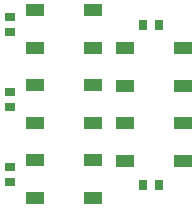
<source format=gbr>
G04 EAGLE Gerber RS-274X export*
G75*
%MOMM*%
%FSLAX34Y34*%
%LPD*%
%INSolderpaste Bottom*%
%IPPOS*%
%AMOC8*
5,1,8,0,0,1.08239X$1,22.5*%
G01*
%ADD10R,1.500000X1.000000*%
%ADD11R,0.900000X0.700000*%
%ADD12R,0.700000X0.900000*%


D10*
X32650Y34800D03*
X32650Y66800D03*
X81650Y66800D03*
X81650Y34800D03*
X108850Y66550D03*
X108850Y98550D03*
X157850Y98550D03*
X157850Y66550D03*
X32650Y98300D03*
X32650Y130300D03*
X81650Y130300D03*
X81650Y98300D03*
X108850Y130050D03*
X108850Y162050D03*
X157850Y162050D03*
X157850Y130050D03*
X32650Y161800D03*
X32650Y193800D03*
X81650Y193800D03*
X81650Y161800D03*
D11*
X11430Y48110D03*
X11430Y61110D03*
D12*
X124310Y45720D03*
X137310Y45720D03*
D11*
X11430Y111610D03*
X11430Y124610D03*
D12*
X124310Y181610D03*
X137310Y181610D03*
D11*
X11430Y175110D03*
X11430Y188110D03*
M02*

</source>
